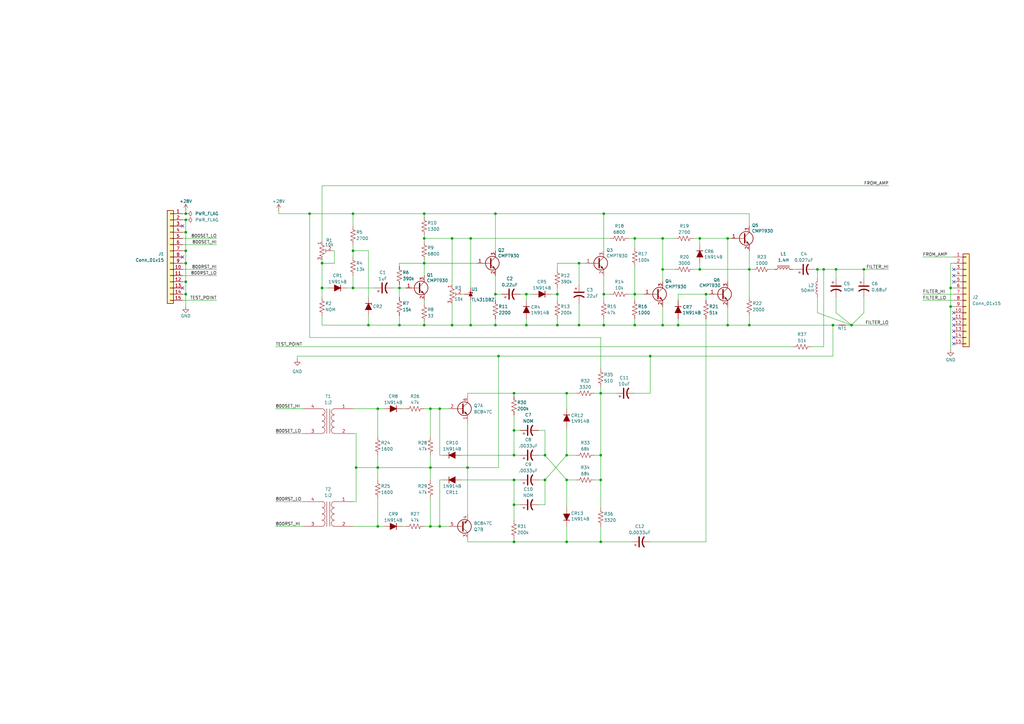
<source format=kicad_sch>
(kicad_sch (version 20250114) (generator "eeschema") (generator_version "9.0")
  (paper "A3")
  (junction (at 173.99 87.63))
  (junction (at 144.78 118.11))
  (junction (at 354.33 110.49))
  (junction (at 203.2 87.63))
  (junction (at 260.35 97.79))
  (junction (at 203.2 120.65))
  (junction (at 223.52 186.69))
  (junction (at 210.82 207.01))
  (junction (at 76.2 107.95))
  (junction (at 228.6 133.35))
  (junction (at 163.83 118.11))
  (junction (at 287.02 110.49))
  (junction (at 389.89 118.11))
  (junction (at 210.82 161.29))
  (junction (at 298.45 97.79))
  (junction (at 176.53 191.77))
  (junction (at 287.02 97.79))
  (junction (at 146.05 191.77))
  (junction (at 76.2 102.87))
  (junction (at 232.41 222.25))
  (junction (at 176.53 215.9))
  (junction (at 232.41 161.29))
  (junction (at 173.99 107.95))
  (junction (at 271.78 97.79))
  (junction (at 278.13 133.35))
  (junction (at 247.65 133.35))
  (junction (at 223.52 196.85))
  (junction (at 185.42 97.79))
  (junction (at 246.38 196.85))
  (junction (at 246.38 186.69))
  (junction (at 176.53 167.64))
  (junction (at 210.82 186.69))
  (junction (at 163.83 133.35))
  (junction (at 298.45 133.35))
  (junction (at 191.77 191.77))
  (junction (at 151.13 133.35))
  (junction (at 215.9 133.35))
  (junction (at 144.78 87.63))
  (junction (at 132.08 107.95))
  (junction (at 228.6 120.65))
  (junction (at 144.78 102.87))
  (junction (at 76.2 87.63))
  (junction (at 260.35 120.65))
  (junction (at 289.56 120.65))
  (junction (at 210.82 176.53))
  (junction (at 349.25 133.35))
  (junction (at 271.78 133.35))
  (junction (at 260.35 133.35))
  (junction (at 342.9 110.49))
  (junction (at 193.04 133.35))
  (junction (at 266.7 146.05))
  (junction (at 389.89 125.73))
  (junction (at 173.99 97.79))
  (junction (at 185.42 133.35))
  (junction (at 341.63 133.35))
  (junction (at 76.2 95.25))
  (junction (at 76.2 115.57))
  (junction (at 335.28 110.49))
  (junction (at 271.78 110.49))
  (junction (at 203.2 133.35))
  (junction (at 215.9 120.65))
  (junction (at 210.82 196.85))
  (junction (at 246.38 222.25))
  (junction (at 337.82 110.49))
  (junction (at 247.65 87.63))
  (junction (at 307.34 133.35))
  (junction (at 154.94 167.64))
  (junction (at 210.82 222.25))
  (junction (at 232.41 196.85))
  (junction (at 154.94 191.77))
  (junction (at 76.2 120.65))
  (junction (at 127 87.63))
  (junction (at 247.65 120.65))
  (junction (at 246.38 161.29))
  (junction (at 180.34 215.9))
  (junction (at 76.2 90.17))
  (junction (at 307.34 110.49))
  (junction (at 232.41 186.69))
  (junction (at 132.08 118.11))
  (junction (at 173.99 133.35))
  (junction (at 154.94 215.9))
  (junction (at 204.47 146.05))
  (junction (at 237.49 133.35))
  (junction (at 193.04 97.79))
  (junction (at 180.34 167.64))
  (junction (at 237.49 107.95))
  (no_connect (at 74.93 118.11))
  (no_connect (at 391.16 110.49))
  (no_connect (at 391.16 115.57))
  (no_connect (at 391.16 130.81))
  (no_connect (at 391.16 138.43))
  (no_connect (at 391.16 135.89))
  (no_connect (at 391.16 140.97))
  (no_connect (at 391.16 113.03))
  (no_connect (at 391.16 128.27))
  (no_connect (at 74.93 92.71))
  (no_connect (at 74.93 105.41))
  (no_connect (at 391.16 133.35))
  (wire (pts (xy 74.93 97.79) (xy 88.9 97.79)))
  (wire (pts (xy 176.53 167.64) (xy 173.99 167.64)))
  (wire (pts (xy 163.83 118.11) (xy 166.37 118.11)))
  (wire (pts (xy 146.05 177.8) (xy 144.78 177.8)))
  (wire (pts (xy 173.99 87.63) (xy 203.2 87.63)))
  (wire (pts (xy 335.28 114.3) (xy 335.28 110.49)))
  (wire (pts (xy 220.98 196.85) (xy 223.52 196.85)))
  (wire (pts (xy 181.61 186.69) (xy 180.34 186.69)))
  (wire (pts (xy 203.2 87.63) (xy 247.65 87.63)))
  (wire (pts (xy 354.33 128.27) (xy 349.25 133.35)))
  (wire (pts (xy 142.24 118.11) (xy 144.78 118.11)))
  (wire (pts (xy 154.94 179.07) (xy 154.94 167.64)))
  (wire (pts (xy 391.16 107.95) (xy 389.89 107.95)))
  (wire (pts (xy 246.38 161.29) (xy 252.73 161.29)))
  (wire (pts (xy 266.7 146.05) (xy 341.63 146.05)))
  (wire (pts (xy 191.77 191.77) (xy 204.47 191.77)))
  (wire (pts (xy 266.7 222.25) (xy 289.56 222.25)))
  (wire (pts (xy 215.9 120.65) (xy 218.44 120.65)))
  (wire (pts (xy 74.93 110.49) (xy 88.9 110.49)))
  (wire (pts (xy 173.99 215.9) (xy 176.53 215.9)))
  (wire (pts (xy 210.82 222.25) (xy 210.82 220.98)))
  (wire (pts (xy 232.41 196.85) (xy 236.22 196.85)))
  (wire (pts (xy 354.33 110.49) (xy 364.49 110.49)))
  (wire (pts (xy 161.29 118.11) (xy 163.83 118.11)))
  (wire (pts (xy 151.13 133.35) (xy 151.13 129.54)))
  (wire (pts (xy 247.65 87.63) (xy 247.65 102.87)))
  (wire (pts (xy 146.05 205.74) (xy 146.05 191.77)))
  (wire (pts (xy 132.08 118.11) (xy 134.62 118.11)))
  (wire (pts (xy 173.99 88.9) (xy 173.99 87.63)))
  (wire (pts (xy 266.7 146.05) (xy 266.7 161.29)))
  (wire (pts (xy 266.7 161.29) (xy 260.35 161.29)))
  (wire (pts (xy 203.2 87.63) (xy 203.2 102.87)))
  (wire (pts (xy 237.49 133.35) (xy 247.65 133.35)))
  (wire (pts (xy 176.53 215.9) (xy 180.34 215.9)))
  (wire (pts (xy 176.53 191.77) (xy 191.77 191.77)))
  (wire (pts (xy 173.99 133.35) (xy 173.99 132.08)))
  (wire (pts (xy 124.46 167.64) (xy 113.03 167.64)))
  (wire (pts (xy 223.52 196.85) (xy 223.52 207.01)))
  (wire (pts (xy 154.94 191.77) (xy 176.53 191.77)))
  (wire (pts (xy 284.48 97.79) (xy 287.02 97.79)))
  (wire (pts (xy 232.41 222.25) (xy 246.38 222.25)))
  (wire (pts (xy 337.82 110.49) (xy 342.9 110.49)))
  (wire (pts (xy 132.08 129.54) (xy 132.08 133.35)))
  (wire (pts (xy 232.41 161.29) (xy 236.22 161.29)))
  (wire (pts (xy 232.41 161.29) (xy 232.41 167.64)))
  (wire (pts (xy 260.35 97.79) (xy 271.78 97.79)))
  (wire (pts (xy 246.38 196.85) (xy 246.38 208.28)))
  (wire (pts (xy 127 138.43) (xy 127 87.63)))
  (wire (pts (xy 210.82 196.85) (xy 210.82 207.01)))
  (wire (pts (xy 176.53 167.64) (xy 180.34 167.64)))
  (wire (pts (xy 137.16 107.95) (xy 132.08 107.95)))
  (wire (pts (xy 260.35 97.79) (xy 257.81 97.79)))
  (wire (pts (xy 271.78 110.49) (xy 271.78 115.57)))
  (wire (pts (xy 132.08 76.2) (xy 364.49 76.2)))
  (wire (pts (xy 173.99 106.68) (xy 173.99 107.95)))
  (wire (pts (xy 191.77 191.77) (xy 191.77 172.72)))
  (wire (pts (xy 247.65 120.65) (xy 250.19 120.65)))
  (wire (pts (xy 204.47 191.77) (xy 204.47 146.05)))
  (wire (pts (xy 173.99 96.52) (xy 173.99 97.79)))
  (wire (pts (xy 210.82 176.53) (xy 210.82 186.69)))
  (wire (pts (xy 124.46 177.8) (xy 113.03 177.8)))
  (wire (pts (xy 298.45 97.79) (xy 299.72 97.79)))
  (wire (pts (xy 176.53 215.9) (xy 176.53 204.47)))
  (wire (pts (xy 246.38 196.85) (xy 243.84 196.85)))
  (wire (pts (xy 193.04 133.35) (xy 203.2 133.35)))
  (wire (pts (xy 180.34 196.85) (xy 181.61 196.85)))
  (wire (pts (xy 132.08 121.92) (xy 132.08 118.11)))
  (wire (pts (xy 113.03 142.24) (xy 325.12 142.24)))
  (wire (pts (xy 137.16 102.87) (xy 137.16 107.95)))
  (wire (pts (xy 246.38 186.69) (xy 246.38 196.85)))
  (wire (pts (xy 203.2 120.65) (xy 205.74 120.65)))
  (wire (pts (xy 180.34 186.69) (xy 180.34 167.64)))
  (wire (pts (xy 121.92 146.05) (xy 204.47 146.05)))
  (wire (pts (xy 271.78 110.49) (xy 276.86 110.49)))
  (wire (pts (xy 247.65 133.35) (xy 260.35 133.35)))
  (wire (pts (xy 151.13 121.92) (xy 151.13 102.87)))
  (wire (pts (xy 210.82 170.18) (xy 210.82 176.53)))
  (wire (pts (xy 307.34 110.49) (xy 308.61 110.49)))
  (wire (pts (xy 228.6 120.65) (xy 228.6 123.19)))
  (wire (pts (xy 176.53 186.69) (xy 176.53 191.77)))
  (wire (pts (xy 223.52 186.69) (xy 232.41 196.85)))
  (wire (pts (xy 271.78 133.35) (xy 260.35 133.35)))
  (wire (pts (xy 76.2 95.25) (xy 76.2 102.87)))
  (wire (pts (xy 146.05 191.77) (xy 146.05 177.8)))
  (wire (pts (xy 232.41 222.25) (xy 232.41 215.9)))
  (wire (pts (xy 74.93 123.19) (xy 88.9 123.19)))
  (wire (pts (xy 189.23 196.85) (xy 210.82 196.85)))
  (wire (pts (xy 325.12 110.49) (xy 326.39 110.49)))
  (wire (pts (xy 223.52 196.85) (xy 232.41 186.69)))
  (wire (pts (xy 76.2 86.36) (xy 76.2 87.63)))
  (wire (pts (xy 307.34 133.35) (xy 341.63 133.35)))
  (wire (pts (xy 144.78 87.63) (xy 144.78 92.71)))
  (wire (pts (xy 203.2 120.65) (xy 203.2 123.19)))
  (wire (pts (xy 191.77 161.29) (xy 210.82 161.29)))
  (wire (pts (xy 146.05 191.77) (xy 154.94 191.77)))
  (wire (pts (xy 203.2 133.35) (xy 215.9 133.35)))
  (wire (pts (xy 76.2 120.65) (xy 76.2 125.73)))
  (wire (pts (xy 243.84 161.29) (xy 246.38 161.29)))
  (wire (pts (xy 151.13 133.35) (xy 163.83 133.35)))
  (wire (pts (xy 135.89 102.87) (xy 137.16 102.87)))
  (wire (pts (xy 185.42 124.46) (xy 185.42 133.35)))
  (wire (pts (xy 76.2 102.87) (xy 76.2 107.95)))
  (wire (pts (xy 76.2 90.17) (xy 76.2 95.25)))
  (wire (pts (xy 278.13 133.35) (xy 278.13 130.81)))
  (wire (pts (xy 163.83 133.35) (xy 163.83 129.54)))
  (wire (pts (xy 144.78 215.9) (xy 154.94 215.9)))
  (wire (pts (xy 316.23 110.49) (xy 317.5 110.49)))
  (wire (pts (xy 341.63 146.05) (xy 341.63 133.35)))
  (wire (pts (xy 247.65 120.65) (xy 247.65 123.19)))
  (wire (pts (xy 210.82 176.53) (xy 213.36 176.53)))
  (wire (pts (xy 278.13 120.65) (xy 289.56 120.65)))
  (wire (pts (xy 289.56 120.65) (xy 289.56 123.19)))
  (wire (pts (xy 163.83 133.35) (xy 173.99 133.35)))
  (wire (pts (xy 342.9 110.49) (xy 354.33 110.49)))
  (wire (pts (xy 191.77 220.98) (xy 191.77 222.25)))
  (wire (pts (xy 378.46 123.19) (xy 391.16 123.19)))
  (wire (pts (xy 289.56 222.25) (xy 289.56 130.81)))
  (wire (pts (xy 165.1 167.64) (xy 166.37 167.64)))
  (wire (pts (xy 342.9 110.49) (xy 342.9 114.3)))
  (wire (pts (xy 132.08 133.35) (xy 151.13 133.35)))
  (wire (pts (xy 154.94 186.69) (xy 154.94 191.77)))
  (wire (pts (xy 232.41 196.85) (xy 232.41 208.28)))
  (wire (pts (xy 215.9 120.65) (xy 213.36 120.65)))
  (wire (pts (xy 163.83 107.95) (xy 173.99 107.95)))
  (wire (pts (xy 124.46 215.9) (xy 113.03 215.9)))
  (wire (pts (xy 237.49 133.35) (xy 228.6 133.35)))
  (wire (pts (xy 260.35 120.65) (xy 264.16 120.65)))
  (wire (pts (xy 389.89 125.73) (xy 389.89 143.51)))
  (wire (pts (xy 144.78 118.11) (xy 153.67 118.11)))
  (wire (pts (xy 307.34 133.35) (xy 307.34 129.54)))
  (wire (pts (xy 114.3 87.63) (xy 127 87.63)))
  (wire (pts (xy 334.01 110.49) (xy 335.28 110.49)))
  (wire (pts (xy 121.92 146.05) (xy 121.92 147.32)))
  (wire (pts (xy 173.99 107.95) (xy 195.58 107.95)))
  (wire (pts (xy 185.42 97.79) (xy 193.04 97.79)))
  (wire (pts (xy 223.52 186.69) (xy 223.52 176.53)))
  (wire (pts (xy 154.94 167.64) (xy 157.48 167.64)))
  (wire (pts (xy 191.77 222.25) (xy 210.82 222.25)))
  (wire (pts (xy 185.42 133.35) (xy 193.04 133.35)))
  (wire (pts (xy 154.94 215.9) (xy 157.48 215.9)))
  (wire (pts (xy 154.94 215.9) (xy 154.94 204.47)))
  (wire (pts (xy 389.89 125.73) (xy 391.16 125.73)))
  (wire (pts (xy 163.83 109.22) (xy 163.83 107.95)))
  (wire (pts (xy 191.77 162.56) (xy 191.77 161.29)))
  (wire (pts (xy 342.9 121.92) (xy 342.9 128.27)))
  (wire (pts (xy 298.45 133.35) (xy 307.34 133.35)))
  (wire (pts (xy 354.33 110.49) (xy 354.33 114.3)))
  (wire (pts (xy 246.38 215.9) (xy 246.38 222.25)))
  (wire (pts (xy 163.83 118.11) (xy 163.83 116.84)))
  (wire (pts (xy 191.77 191.77) (xy 191.77 210.82)))
  (wire (pts (xy 132.08 99.06) (xy 132.08 76.2)))
  (wire (pts (xy 335.28 128.27) (xy 349.25 133.35)))
  (wire (pts (xy 335.28 121.92) (xy 335.28 128.27)))
  (wire (pts (xy 226.06 120.65) (xy 228.6 120.65)))
  (wire (pts (xy 257.81 120.65) (xy 260.35 120.65)))
  (wire (pts (xy 389.89 107.95) (xy 389.89 118.11)))
  (wire (pts (xy 271.78 97.79) (xy 271.78 110.49)))
  (wire (pts (xy 144.78 100.33) (xy 144.78 102.87)))
  (wire (pts (xy 271.78 125.73) (xy 271.78 133.35)))
  (wire (pts (xy 246.38 186.69) (xy 243.84 186.69)))
  (wire (pts (xy 210.82 161.29) (xy 210.82 162.56)))
  (wire (pts (xy 260.35 133.35) (xy 260.35 130.81)))
  (wire (pts (xy 246.38 158.75) (xy 246.38 161.29)))
  (wire (pts (xy 223.52 207.01) (xy 220.98 207.01)))
  (wire (pts (xy 220.98 186.69) (xy 223.52 186.69)))
  (wire (pts (xy 76.2 87.63) (xy 74.93 87.63)))
  (wire (pts (xy 127 87.63) (xy 144.78 87.63)))
  (wire (pts (xy 203.2 113.03) (xy 203.2 120.65)))
  (wire (pts (xy 173.99 97.79) (xy 185.42 97.79)))
  (wire (pts (xy 260.35 109.22) (xy 260.35 120.65)))
  (wire (pts (xy 189.23 120.65) (xy 190.5 120.65)))
  (wire (pts (xy 307.34 87.63) (xy 307.34 92.71)))
  (wire (pts (xy 347.98 133.35) (xy 349.25 133.35)))
  (wire (pts (xy 289.56 120.65) (xy 290.83 120.65)))
  (wire (pts (xy 210.82 207.01) (xy 213.36 207.01)))
  (wire (pts (xy 180.34 167.64) (xy 184.15 167.64)))
  (wire (pts (xy 335.28 110.49) (xy 337.82 110.49)))
  (wire (pts (xy 114.3 86.36) (xy 114.3 87.63)))
  (wire (pts (xy 246.38 138.43) (xy 246.38 151.13)))
  (wire (pts (xy 247.65 87.63) (xy 307.34 87.63)))
  (wire (pts (xy 247.65 133.35) (xy 247.65 130.81)))
  (wire (pts (xy 180.34 215.9) (xy 180.34 196.85)))
  (wire (pts (xy 193.04 97.79) (xy 193.04 118.11)))
  (wire (pts (xy 247.65 113.03) (xy 247.65 120.65)))
  (wire (pts (xy 223.52 176.53) (xy 220.98 176.53)))
  (wire (pts (xy 210.82 222.25) (xy 232.41 222.25)))
  (wire (pts (xy 76.2 107.95) (xy 76.2 115.57)))
  (wire (pts (xy 337.82 142.24) (xy 332.74 142.24)))
  (wire (pts (xy 237.49 124.46) (xy 237.49 133.35)))
  (wire (pts (xy 210.82 161.29) (xy 232.41 161.29)))
  (wire (pts (xy 180.34 215.9) (xy 184.15 215.9)))
  (wire (pts (xy 342.9 128.27) (xy 349.25 133.35)))
  (wire (pts (xy 193.04 97.79) (xy 250.19 97.79)))
  (wire (pts (xy 307.34 110.49) (xy 307.34 121.92)))
  (wire (pts (xy 237.49 107.95) (xy 237.49 116.84)))
  (wire (pts (xy 173.99 107.95) (xy 173.99 113.03)))
  (wire (pts (xy 237.49 107.95) (xy 240.03 107.95)))
  (wire (pts (xy 203.2 133.35) (xy 203.2 130.81)))
  (wire (pts (xy 132.08 107.95) (xy 132.08 118.11)))
  (wire (pts (xy 215.9 133.35) (xy 215.9 130.81)))
  (wire (pts (xy 284.48 110.49) (xy 287.02 110.49)))
  (wire (pts (xy 337.82 110.49) (xy 337.82 142.24)))
  (wire (pts (xy 246.38 222.25) (xy 259.08 222.25)))
  (wire (pts (xy 298.45 97.79) (xy 298.45 115.57)))
  (wire (pts (xy 232.41 186.69) (xy 236.22 186.69)))
  (wire (pts (xy 173.99 133.35) (xy 185.42 133.35)))
  (wire (pts (xy 176.53 179.07) (xy 176.53 167.64)))
  (wire (pts (xy 210.82 196.85) (xy 213.36 196.85)))
  (wire (pts (xy 173.99 97.79) (xy 173.99 99.06)))
  (wire (pts (xy 287.02 97.79) (xy 287.02 100.33)))
  (wire (pts (xy 124.46 205.74) (xy 113.03 205.74)))
  (wire (pts (xy 76.2 115.57) (xy 76.2 120.65)))
  (wire (pts (xy 287.02 110.49) (xy 287.02 107.95)))
  (wire (pts (xy 173.99 123.19) (xy 173.99 124.46)))
  (wire (pts (xy 74.93 100.33) (xy 88.9 100.33)))
  (wire (pts (xy 228.6 110.49) (xy 228.6 107.95)))
  (wire (pts (xy 144.78 205.74) (xy 146.05 205.74)))
  (wire (pts (xy 354.33 121.92) (xy 354.33 128.27)))
  (wire (pts (xy 154.94 191.77) (xy 154.94 196.85)))
  (wire (pts (xy 232.41 175.26) (xy 232.41 186.69)))
  (wire (pts (xy 193.04 123.19) (xy 193.04 133.35)))
  (wire (pts (xy 228.6 120.65) (xy 228.6 118.11)))
  (wire (pts (xy 215.9 133.35) (xy 228.6 133.35)))
  (wire (pts (xy 260.35 101.6) (xy 260.35 97.79)))
  (wire (pts (xy 185.42 97.79) (xy 185.42 116.84)))
  (wire (pts (xy 378.46 105.41) (xy 391.16 105.41)))
  (wire (pts (xy 132.08 106.68) (xy 132.08 107.95)))
  (wire (pts (xy 144.78 102.87) (xy 144.78 105.41)))
  (wire (pts (xy 210.82 207.01) (xy 210.82 213.36)))
  (wire (pts (xy 260.35 120.65) (xy 260.35 123.19)))
  (wire (pts (xy 210.82 186.69) (xy 213.36 186.69)))
  (wire (pts (xy 298.45 125.73) (xy 298.45 133.35)))
  (wire (pts (xy 228.6 107.95) (xy 237.49 107.95)))
  (wire (pts (xy 271.78 133.35) (xy 278.13 133.35)))
  (wire (pts (xy 74.93 95.25) (xy 76.2 95.25)))
  (wire (pts (xy 246.38 161.29) (xy 246.38 186.69)))
  (wire (pts (xy 189.23 186.69) (xy 210.82 186.69)))
  (wire (pts (xy 165.1 215.9) (xy 166.37 215.9)))
  (wire (pts (xy 144.78 118.11) (xy 144.78 113.03)))
  (wire (pts (xy 151.13 102.87) (xy 144.78 102.87)))
  (wire (pts (xy 228.6 133.35) (xy 228.6 130.81)))
  (wire (pts (xy 389.89 118.11) (xy 391.16 118.11)))
  (wire (pts (xy 74.93 113.03) (xy 88.9 113.03)))
  (wire (pts (xy 154.94 167.64) (xy 144.78 167.64)))
  (wire (pts (xy 74.93 102.87) (xy 76.2 102.87)))
  (wire (pts (xy 307.34 110.49) (xy 307.34 102.87)))
  (wire (pts (xy 74.93 120.65) (xy 76.2 120.65)))
  (wire (pts (xy 278.13 123.19) (xy 278.13 120.65)))
  (wire (pts (xy 378.46 120.65) (xy 391.16 120.65)))
  (wire (pts (xy 127 138.43) (xy 246.38 138.43)))
  (wire (pts (xy 389.89 118.11) (xy 389.89 125.73)))
  (wire (pts (xy 204.47 146.05) (xy 266.7 146.05)))
  (wire (pts (xy 287.02 97.79) (xy 298.45 97.79)))
  (wire (pts (xy 74.93 107.95) (xy 76.2 107.95)))
  (wire (pts (xy 215.9 123.19) (xy 215.9 120.65)))
  (wire (pts (xy 176.53 191.77) (xy 176.53 196.85)))
  (wire (pts (xy 349.25 133.35) (xy 364.49 133.35)))
  (wire (pts (xy 173.99 87.63) (xy 144.78 87.63)))
  (wire (pts (xy 74.93 115.57) (xy 76.2 115.57)))
  (wire (pts (xy 271.78 97.79) (xy 276.86 97.79)))
  (wire (pts (xy 74.93 90.17) (xy 76.2 90.17)))
  (wire (pts (xy 341.63 133.35) (xy 342.9 133.35)))
  (wire (pts (xy 163.83 118.11) (xy 163.83 121.92)))
  (wire (pts (xy 278.13 133.35) (xy 298.45 133.35)))
  (wire (pts (xy 287.02 110.49) (xy 307.34 110.49)))
  (label "800RST_LO" (at 88.9 113.03 180))
  (label "800SET_LO" (at 88.9 97.79 180))
  (label "800RST_HI" (at 113.03 215.9 0))
  (label "FILTER_HI" (at 364.49 110.49 180))
  (label "FROM_AMP" (at 364.49 76.2 180))
  (label "TEST_POINT" (at 113.03 142.24 0))
  (label "FROM_AMP" (at 378.46 105.41 0))
  (label "800RST_LO" (at 113.03 205.74 0))
  (label "FILTER_HI" (at 378.46 120.65 0))
  (label "800SET_HI" (at 88.9 100.33 180))
  (label "FILTER_LO" (at 364.49 133.35 180))
  (label "800RST_HI" (at 88.9 110.49 180))
  (label "TEST_POINT" (at 88.9 123.19 180))
  (label "800SET_LO" (at 113.03 177.8 0))
  (label "FILTER_LO" (at 378.46 123.19 0))
  (label "800SET_HI" (at 113.03 167.64 0))
  (symbol (lib_id "Device:R_US") (at 254 120.65 270) (unit 1)
    (property "Reference" "R14" (at 254 115.57 90))
    (property "Value" "10k" (at 254 118.11 90))
    (property "Footprint" "Resistor_SMD:R_0603_1608Metric" (effects (hide yes)))
    (property "Description" "Resistor, US symbol" (effects (hide yes)))
    (property "Rating" "1/4W" (effects (hide yes)))
    (property "Tolerance" "2%" (effects (hide yes)))
  )
  (symbol (lib_id "Device:C_Polarized_US") (at 342.9 118.11 0) (unit 1)
    (property "Reference" "C5" (at 345.948 116.332 0) (effects (justify left)))
    (property "Value" "NOM" (at 345.948 118.872 0) (effects (justify left)))
    (property "Footprint" "Capacitor_THT:C_Rect_L7.2mm_W2.5mm_P5.00mm_FKS2_FKP2_MKS2_MKP2" (effects (hide yes)))
    (property "Description" "Polarized capacitor, US symbol" (effects (hide yes)))
    (property "Rating" "200V" (effects (hide yes)))
    (property "Tolerance" "5%" (effects (hide yes)))
  )
  (symbol (lib_id "Device:R_US") (at 260.35 105.41 0) (unit 1)
    (property "Reference" "R17" (at 261.62 104.14 0) (effects (justify left)))
    (property "Value" "100k" (at 261.62 106.68 0) (effects (justify left)))
    (property "Footprint" "Resistor_SMD:R_0603_1608Metric" (effects (hide yes)))
    (property "Description" "Resistor, US symbol" (effects (hide yes)))
    (property "Rating" "1/4W" (effects (hide yes)))
    (property "Tolerance" "2%" (effects (hide yes)))
  )
  (symbol (lib_id "Device:D_Filled") (at 232.41 171.45 270) (unit 1)
    (property "Reference" "CR12" (at 236.728 170.434 90))
    (property "Value" "1N914B" (at 237.998 172.72 90))
    (property "Footprint" "Diode_SMD:D_SOD-323" (effects (hide yes)))
    (property "Description" "Diode, filled shape" (effects (hide yes)))
    (property "Sim.Device" "D" (effects (hide yes)))
    (property "Sim.Pins" "1=K 2=A" (effects (hide yes)))
  )
  (symbol (lib_id "Device:R_US") (at 328.93 142.24 270) (unit 1)
    (property "Reference" "R37" (at 328.93 137.16 90))
    (property "Value" "51k" (at 328.93 139.7 90))
    (property "Footprint" "Resistor_SMD:R_0603_1608Metric" (effects (hide yes)))
    (property "Description" "Resistor, US symbol" (effects (hide yes)))
    (property "Rating" "1/4W" (effects (hide yes)))
    (property "Tolerance" "2%" (effects (hide yes)))
  )
  (symbol (lib_id "Device:D_Filled") (at 222.25 120.65 180) (unit 1)
    (property "Reference" "CR5" (at 222.25 115.57 0))
    (property "Value" "1N914B" (at 222.25 118.11 0))
    (property "Footprint" "Diode_SMD:D_SOD-323" (effects (hide yes)))
    (property "Description" "Diode, filled shape" (effects (hide yes)))
    (property "Sim.Device" "D" (effects (hide yes)))
    (property "Sim.Pins" "1=K 2=A" (effects (hide yes)))
  )
  (symbol (lib_id "Device:C_Polarized_US") (at 354.33 118.11 0) (unit 1)
    (property "Reference" "C6" (at 357.378 116.332 0) (effects (justify left)))
    (property "Value" "0.68uF" (at 357.378 118.872 0) (effects (justify left)))
    (property "Footprint" "Capacitor_THT:C_Rect_L7.2mm_W4.5mm_P5.00mm_FKS2_FKP2_MKS2_MKP2" (effects (hide yes)))
    (property "Description" "Polarized capacitor, US symbol" (effects (hide yes)))
    (property "Rating" "200V" (effects (hide yes)))
    (property "Tolerance" "5%" (effects (hide yes)))
  )
  (symbol (lib_id "cdu:SPT-179") (at 321.31 110.49 90) (unit 1)
    (property "Reference" "L1" (at 321.31 104.14 90))
    (property "Value" "1.4H" (at 321.31 106.68 90))
    (property "Footprint" "cdu:SPT-179" (effects (hide yes)))
    (property "Description" "Inductor with iron core" (effects (hide yes)))
  )
  (symbol (lib_id "Device:D_Filled") (at 278.13 127 270) (unit 1)
    (property "Reference" "CR7" (at 281.94 125.984 90))
    (property "Value" "1N914B" (at 283.718 128.27 90))
    (property "Footprint" "Diode_SMD:D_SOD-323" (effects (hide yes)))
    (property "Description" "Diode, filled shape" (effects (hide yes)))
    (property "Sim.Device" "D" (effects (hide yes)))
    (property "Sim.Pins" "1=K 2=A" (effects (hide yes)))
  )
  (symbol (lib_id "Device:R_US") (at 280.67 97.79 270) (unit 1)
    (property "Reference" "R19" (at 280.67 92.71 90))
    (property "Value" "2700" (at 280.67 95.25 90))
    (property "Footprint" "Resistor_SMD:R_0603_1608Metric" (effects (hide yes)))
    (property "Description" "Resistor, US symbol" (effects (hide yes)))
    (property "Rating" "1/4W" (effects (hide yes)))
    (property "Tolerance" "2%" (effects (hide yes)))
  )
  (symbol (lib_id "Device:C_Polarized_US") (at 157.48 118.11 90) (unit 1)
    (property "Reference" "C1" (at 156.972 111.76 90))
    (property "Value" "1uF" (at 156.972 114.3 90))
    (property "Footprint" "Capacitor_Tantalum_SMD:CP_EIA-3216-18_Kemet-A" (effects (hide yes)))
    (property "Description" "Polarized capacitor, US symbol" (effects (hide yes)))
    (property "Rating" "35V" (effects (hide yes)))
    (property "Tolerance" "10%" (effects (hide yes)))
  )
  (symbol (lib_id "Device:R_US") (at 228.6 127 0) (unit 1)
    (property "Reference" "R13" (at 229.87 125.73 0) (effects (justify left)))
    (property "Value" "200k" (at 229.87 128.27 0) (effects (justify left)))
    (property "Footprint" "Resistor_SMD:R_0603_1608Metric" (effects (hide yes)))
    (property "Description" "Resistor, US symbol" (effects (hide yes)))
    (property "Rating" "1/8W" (effects (hide yes)))
    (property "Tolerance" "5%" (effects (hide yes)))
  )
  (symbol (lib_id "power:GND") (at 76.2 125.73 0) (unit 1)
    (property "Reference" "#PWR03" (effects (hide yes)))
    (property "Value" "GND" (at 76.2 129.54 0))
    (property "Description" "Power symbol creates a global label with name \"GND\" , ground" (effects (hide yes)))
  )
  (symbol (lib_id "Device:L") (at 335.28 118.11 180) (unit 1)
    (property "Reference" "L2" (at 331.47 117.094 0) (effects (justify right)))
    (property "Value" "50mH" (at 328.422 119.126 0) (effects (justify right)))
    (property "Footprint" "Inductor_THT:L_Radial_D8.7mm_P5.00mm_Fastron_07HCP" (effects (hide yes)))
    (property "Description" "Inductor" (effects (hide yes)))
  )
  (symbol (lib_id "power:+28V") (at 114.3 86.36 0) (unit 1)
    (property "Reference" "#PWR04" (effects (hide yes)))
    (property "Value" "+28V" (at 114.3 82.55 0))
    (property "Description" "Power symbol creates a global label with name \"+28V\"" (effects (hide yes)))
  )
  (symbol (lib_id "Transistor_BJT:Q_Dual_NPN_NPN_E1B1C2E2B2C1") (at 189.23 167.64 0) (unit 1)
    (property "Reference" "Q7" (at 194.31 166.3699 0) (effects (justify left)))
    (property "Value" "BC847C" (at 194.31 168.9099 0) (effects (justify left)))
    (property "Footprint" "Package_TO_SOT_SMD:SOT-363_SC-70-6" (effects (hide yes)))
    (property "Description" "Dual NPN transistor, 6 pin package" (effects (hide yes)))
  )
  (symbol (lib_id "Device:D_Filled") (at 161.29 215.9 180) (unit 1)
    (property "Reference" "CR9" (at 161.29 210.82 0))
    (property "Value" "1N914B" (at 161.29 213.36 0))
    (property "Footprint" "Diode_SMD:D_SOD-323" (effects (hide yes)))
    (property "Description" "Diode, filled shape" (effects (hide yes)))
    (property "Sim.Device" "D" (effects (hide yes)))
    (property "Sim.Pins" "1=K 2=A" (effects (hide yes)))
  )
  (symbol (lib_id "power:PWR_FLAG") (at 76.2 90.17 270) (unit 1)
    (property "Reference" "#FLG01" (effects (hide yes)))
    (property "Value" "PWR_FLAG" (at 80.01 90.1699 90) (effects (justify left)))
    (property "Description" "Special symbol for telling ERC where power comes from" (effects (hide yes)))
  )
  (symbol (lib_id "Device:R_US") (at 246.38 154.94 0) (unit 1)
    (property "Reference" "R35" (at 247.65 153.67 0) (effects (justify left)))
    (property "Value" "510" (at 247.65 156.21 0) (effects (justify left)))
    (property "Footprint" "Resistor_SMD:R_0603_1608Metric" (effects (hide yes)))
    (property "Description" "Resistor, US symbol" (effects (hide yes)))
    (property "Rating" "1/2W" (effects (hide yes)))
    (property "Tolerance" "2%" (effects (hide yes)))
  )
  (symbol (lib_id "Device:R_US") (at 247.65 127 0) (unit 1)
    (property "Reference" "R15" (at 248.92 125.73 0) (effects (justify left)))
    (property "Value" "47k" (at 248.92 128.27 0) (effects (justify left)))
    (property "Footprint" "Resistor_SMD:R_0603_1608Metric" (effects (hide yes)))
    (property "Description" "Resistor, US symbol" (effects (hide yes)))
    (property "Rating" "1/4W" (effects (hide yes)))
    (property "Tolerance" "2%" (effects (hide yes)))
  )
  (symbol (lib_id "Device:R_Potentiometer_Trim_US") (at 185.42 120.65 0) (unit 1)
    (property "Reference" "R3" (at 189.23 118.11 0) (effects (justify right)))
    (property "Value" "10k" (at 189.992 122.682 0) (effects (justify right)))
    (property "Footprint" "Potentiometer_THT:Potentiometer_Bourns_3296Y_Vertical" (effects (hide yes)))
    (property "Description" "Trim-potentiometer, US symbol" (effects (hide yes)))
  )
  (symbol (lib_id "Device:R_US") (at 228.6 114.3 0) (unit 1)
    (property "Reference" "R12" (at 229.87 113.03 0) (effects (justify left)))
    (property "Value" "390k" (at 229.87 115.57 0) (effects (justify left)))
    (property "Footprint" "Resistor_SMD:R_0603_1608Metric" (effects (hide yes)))
    (property "Description" "Resistor, US symbol" (effects (hide yes)))
    (property "Rating" "1/8W" (effects (hide yes)))
    (property "Tolerance" "5%" (effects (hide yes)))
  )
  (symbol (lib_id "Device:R_US") (at 170.18 167.64 270) (unit 1)
    (property "Reference" "R26" (at 170.18 162.56 90))
    (property "Value" "47k" (at 170.18 165.1 90))
    (property "Footprint" "Resistor_SMD:R_0603_1608Metric" (effects (hide yes)))
    (property "Description" "Resistor, US symbol" (effects (hide yes)))
    (property "Rating" "1/4W" (effects (hide yes)))
    (property "Tolerance" "2%" (effects (hide yes)))
  )
  (symbol (lib_id "Device:D_Filled") (at 185.42 186.69 0) (mirror x) (unit 1)
    (property "Reference" "CR10" (at 185.42 181.61 0))
    (property "Value" "1N914B" (at 185.42 184.15 0))
    (property "Footprint" "Diode_SMD:D_SOD-323" (effects (hide yes)))
    (property "Description" "Diode, filled shape" (effects (hide yes)))
    (property "Sim.Device" "D" (effects (hide yes)))
    (property "Sim.Pins" "1=K 2=A" (effects (hide yes)))
  )
  (symbol (lib_id "Device:R_US") (at 176.53 182.88 0) (mirror y) (unit 1)
    (property "Reference" "R28" (at 175.26 181.61 0) (effects (justify left)))
    (property "Value" "47k" (at 175.26 184.15 0) (effects (justify left)))
    (property "Footprint" "Resistor_SMD:R_0603_1608Metric" (effects (hide yes)))
    (property "Description" "Resistor, US symbol" (effects (hide yes)))
    (property "Rating" "1/4W" (effects (hide yes)))
    (property "Tolerance" "2%" (effects (hide yes)))
  )
  (symbol (lib_id "power:PWR_FLAG") (at 76.2 87.63 270) (unit 1)
    (property "Reference" "#FLG02" (effects (hide yes)))
    (property "Value" "PWR_FLAG" (at 80.01 87.6299 90) (effects (justify left)))
    (property "Description" "Special symbol for telling ERC where power comes from" (effects (hide yes)))
  )
  (symbol (lib_id "Device:R_US") (at 210.82 166.37 0) (unit 1)
    (property "Reference" "R30" (at 212.09 165.1 0) (effects (justify left)))
    (property "Value" "200k" (at 212.09 167.64 0) (effects (justify left)))
    (property "Footprint" "Resistor_SMD:R_0603_1608Metric" (effects (hide yes)))
    (property "Description" "Resistor, US symbol" (effects (hide yes)))
    (property "Rating" "1/8W" (effects (hide yes)))
    (property "Tolerance" "1%" (effects (hide yes)))
  )
  (symbol (lib_id "Device:R_US") (at 173.99 92.71 0) (unit 1)
    (property "Reference" "R10" (at 175.26 91.44 0) (effects (justify left)))
    (property "Value" "1300" (at 175.26 93.98 0) (effects (justify left)))
    (property "Footprint" "Resistor_SMD:R_0603_1608Metric" (effects (hide yes)))
    (property "Description" "Resistor, US symbol" (effects (hide yes)))
    (property "Rating" "1/2W" (effects (hide yes)))
    (property "Tolerance" "2%" (effects (hide yes)))
  )
  (symbol (lib_id "Device:R_US") (at 260.35 127 0) (unit 1)
    (property "Reference" "R16" (at 261.62 125.73 0) (effects (justify left)))
    (property "Value" "1000" (at 261.62 128.27 0) (effects (justify left)))
    (property "Footprint" "Resistor_SMD:R_0603_1608Metric" (effects (hide yes)))
    (property "Description" "Resistor, US symbol" (effects (hide yes)))
    (property "Rating" "1/4W" (effects (hide yes)))
    (property "Tolerance" "2%" (effects (hide yes)))
  )
  (symbol (lib_id "Transistor_BJT:Q_NPN_BEC") (at 269.24 120.65 0) (unit 1)
    (property "Reference" "Q4" (at 272.796 115.316 0) (effects (justify left)))
    (property "Value" "CMPT930" (at 272.796 117.602 0) (effects (justify left)))
    (property "Footprint" "Package_TO_SOT_SMD:SOT-23" (effects (hide yes)))
    (property "Description" "NPN transistor, base/emitter/collector" (effects (hide yes)))
  )
  (symbol (lib_id "power:GND") (at 389.89 143.51 0) (unit 1)
    (property "Reference" "#PWR05" (effects (hide yes)))
    (property "Value" "GND" (at 389.89 147.574 0))
    (property "Description" "Power symbol creates a global label with name \"GND\" , ground" (effects (hide yes)))
  )
  (symbol (lib_id "Device:R_US") (at 240.03 186.69 270) (unit 1)
    (property "Reference" "R33" (at 240.03 181.61 90))
    (property "Value" "68k" (at 240.03 184.15 90))
    (property "Footprint" "Resistor_SMD:R_0603_1608Metric" (effects (hide yes)))
    (property "Description" "Resistor, US symbol" (effects (hide yes)))
    (property "Rating" "1/4W" (effects (hide yes)))
    (property "Tolerance" "2%" (effects (hide yes)))
  )
  (symbol (lib_id "Device:C_Polarized_US") (at 209.55 120.65 90) (unit 1)
    (property "Reference" "C2" (at 209.042 114.3 90))
    (property "Value" "0.22uF" (at 209.042 116.84 90))
    (property "Footprint" "Capacitor_Tantalum_SMD:CP_EIA-3216-18_Kemet-A" (effects (hide yes)))
    (property "Description" "Polarized capacitor, US symbol" (effects (hide yes)))
    (property "Rating" "35V" (effects (hide yes)))
    (property "Tolerance" "10%" (effects (hide yes)))
  )
  (symbol (lib_id "Device:R_US") (at 289.56 127 0) (unit 1)
    (property "Reference" "R21" (at 290.83 125.73 0) (effects (justify left)))
    (property "Value" "51k" (at 290.83 128.27 0) (effects (justify left)))
    (property "Footprint" "Resistor_SMD:R_0603_1608Metric" (effects (hide yes)))
    (property "Description" "Resistor, US symbol" (effects (hide yes)))
    (property "Rating" "1/4W" (effects (hide yes)))
    (property "Tolerance" "2%" (effects (hide yes)))
  )
  (symbol (lib_id "Device:C_Polarized_US") (at 217.17 176.53 90) (unit 1)
    (property "Reference" "C7" (at 216.662 170.18 90))
    (property "Value" "NOM" (at 216.662 172.72 90))
    (property "Footprint" "Capacitor_THT:C_Rect_L7.2mm_W2.5mm_P5.00mm_FKS2_FKP2_MKS2_MKP2" (effects (hide yes)))
    (property "Description" "Polarized capacitor, US symbol" (effects (hide yes)))
    (property "Rating" "200V" (effects (hide yes)))
    (property "Tolerance" "5%" (effects (hide yes)))
  )
  (symbol (lib_id "power:+28V") (at 76.2 86.36 0) (unit 1)
    (property "Reference" "#PWR02" (effects (hide yes)))
    (property "Value" "+28V" (at 76.2 82.55 0))
    (property "Description" "Power symbol creates a global label with name \"+28V\"" (effects (hide yes)))
  )
  (symbol (lib_id "Device:D_Filled") (at 215.9 127 270) (unit 1)
    (property "Reference" "CR4" (at 219.71 125.984 90))
    (property "Value" "1N914B" (at 221.488 128.27 90))
    (property "Footprint" "Diode_SMD:D_SOD-323" (effects (hide yes)))
    (property "Description" "Diode, filled shape" (effects (hide yes)))
    (property "Sim.Device" "D" (effects (hide yes)))
    (property "Sim.Pins" "1=K 2=A" (effects (hide yes)))
  )
  (symbol (lib_id "Device:R_US") (at 154.94 182.88 0) (unit 1)
    (property "Reference" "R24" (at 156.21 181.61 0) (effects (justify left)))
    (property "Value" "1600" (at 156.21 184.15 0) (effects (justify left)))
    (property "Footprint" "Resistor_SMD:R_0603_1608Metric" (effects (hide yes)))
    (property "Description" "Resistor, US symbol" (effects (hide yes)))
    (property "Rating" "1/4W" (effects (hide yes)))
    (property "Tolerance" "2%" (effects (hide yes)))
  )
  (symbol (lib_id "Device:D_Filled") (at 287.02 104.14 270) (unit 1)
    (property "Reference" "CR6" (at 290.83 103.124 90))
    (property "Value" "1N914B" (at 292.608 105.41 90))
    (property "Footprint" "Diode_SMD:D_SOD-323" (effects (hide yes)))
    (property "Description" "Diode, filled shape" (effects (hide yes)))
    (property "Sim.Device" "D" (effects (hide yes)))
    (property "Sim.Pins" "1=K 2=A" (effects (hide yes)))
  )
  (symbol (lib_id "Device:C_Polarized_US") (at 217.17 207.01 90) (unit 1)
    (property "Reference" "C10" (at 216.662 200.66 90))
    (property "Value" "NOM" (at 216.662 203.2 90))
    (property "Footprint" "Capacitor_THT:C_Rect_L7.2mm_W2.5mm_P5.00mm_FKS2_FKP2_MKS2_MKP2" (effects (hide yes)))
    (property "Description" "Polarized capacitor, US symbol" (effects (hide yes)))
    (property "Rating" "200V" (effects (hide yes)))
    (property "Tolerance" "5%" (effects (hide yes)))
  )
  (symbol (lib_id "Device:R_Potentiometer_Trim_US") (at 132.08 102.87 0) (unit 1)
    (property "Reference" "R1" (at 136.398 98.552 0) (effects (justify right)))
    (property "Value" "10k" (at 136.906 100.33 0) (effects (justify right)))
    (property "Footprint" "Potentiometer_THT:Potentiometer_Bourns_3296Y_Vertical" (effects (hide yes)))
    (property "Description" "Trim-potentiometer, US symbol" (effects (hide yes)))
  )
  (symbol (lib_id "Device:R_US") (at 254 97.79 270) (unit 1)
    (property "Reference" "R18" (at 254 92.71 90))
    (property "Value" "6800" (at 254 95.25 90))
    (property "Footprint" "Resistor_SMD:R_0603_1608Metric" (effects (hide yes)))
    (property "Description" "Resistor, US symbol" (effects (hide yes)))
    (property "Rating" "1/4W" (effects (hide yes)))
    (property "Tolerance" "2%" (effects (hide yes)))
  )
  (symbol (lib_id "Device:D_Filled") (at 138.43 118.11 180) (unit 1)
    (property "Reference" "CR1" (at 138.43 113.03 0))
    (property "Value" "1N914B" (at 138.43 115.57 0))
    (property "Footprint" "Diode_SMD:D_SOD-323" (effects (hide yes)))
    (property "Description" "Diode, filled shape" (effects (hide yes)))
    (property "Sim.Device" "D" (effects (hide yes)))
    (property "Sim.Pins" "1=K 2=A" (effects (hide yes)))
  )
  (symbol (lib_id "Device:R_US") (at 173.99 102.87 0) (unit 1)
    (property "Reference" "R9" (at 175.26 101.6 0) (effects (justify left)))
    (property "Value" "6800" (at 175.26 104.14 0) (effects (justify left)))
    (property "Footprint" "Resistor_SMD:R_0603_1608Metric" (effects (hide yes)))
    (property "Description" "Resistor, US symbol" (effects (hide yes)))
    (property "Rating" "1/4W" (effects (hide yes)))
    (property "Tolerance" "2%" (effects (hide yes)))
  )
  (symbol (lib_id "Reference_Voltage:TL431DBZ") (at 193.04 120.65 90) (unit 1)
    (property "Reference" "U1" (at 196.088 118.618 90) (effects (justify left)))
    (property "Value" "TL431DBZ" (at 193.294 122.936 90) (effects (justify right)))
    (property "Footprint" "Package_TO_SOT_SMD:SOT-23" (effects (hide yes)))
    (property "Datasheet" "http://www.ti.com/lit/ds/symlink/tl431.pdf" (effects (hide yes)))
    (property "Description" "Shunt Regulator, SOT-23" (effects (hide yes)))
  )
  (symbol (lib_id "Device:R_US") (at 240.03 161.29 270) (unit 1)
    (property "Reference" "R32" (at 240.03 156.21 90))
    (property "Value" "3320" (at 240.03 158.75 90))
    (property "Footprint" "Resistor_SMD:R_0603_1608Metric" (effects (hide yes)))
    (property "Description" "Resistor, US symbol" (effects (hide yes)))
    (property "Rating" "1W" (effects (hide yes)))
    (property "Tolerance" "1%" (effects (hide yes)))
  )
  (symbol (lib_id "Device:R_US") (at 312.42 110.49 270) (unit 1)
    (property "Reference" "R23" (at 312.42 105.41 90))
    (property "Value" "1000" (at 312.42 107.95 90))
    (property "Footprint" "Resistor_SMD:R_0603_1608Metric" (effects (hide yes)))
    (property "Description" "Resistor, US symbol" (effects (hide yes)))
    (property "Rating" "1/4W" (effects (hide yes)))
    (property "Tolerance" "2%" (effects (hide yes)))
  )
  (symbol (lib_id "Transistor_BJT:Q_NPN_BEC") (at 245.11 107.95 0) (unit 1)
    (property "Reference" "Q3" (at 248.666 102.616 0) (effects (justify left)))
    (property "Value" "CMPT930" (at 248.666 104.902 0) (effects (justify left)))
    (property "Footprint" "Package_TO_SOT_SMD:SOT-23" (effects (hide yes)))
    (property "Description" "NPN transistor, base/emitter/collector" (effects (hide yes)))
  )
  (symbol (lib_id "Device:D_Zener_Filled") (at 151.13 125.73 270) (unit 1)
    (property "Reference" "CR2" (at 152.908 125.73 90) (effects (justify left)))
    (property "Value" "17V" (effects (hide yes)))
    (property "Footprint" "Diode_SMD:D_SOD-123" (effects (hide yes)))
    (property "Description" "Zener diode, filled shape" (effects (hide yes)))
  )
  (symbol (lib_id "Device:R_US") (at 163.83 113.03 0) (unit 1)
    (property "Reference" "R6" (at 165.1 111.76 0) (effects (justify left)))
    (property "Value" "390k" (at 165.1 114.3 0) (effects (justify left)))
    (property "Footprint" "Resistor_SMD:R_0603_1608Metric" (effects (hide yes)))
    (property "Description" "Resistor, US symbol" (effects (hide yes)))
    (property "Rating" "1/8W" (effects (hide yes)))
    (property "Tolerance" "5%" (effects (hide yes)))
  )
  (symbol (lib_id "Transistor_BJT:Q_NPN_BEC") (at 304.8 97.79 0) (unit 1)
    (property "Reference" "Q5" (at 308.356 92.456 0) (effects (justify left)))
    (property "Value" "CMPT930" (at 308.356 94.742 0) (effects (justify left)))
    (property "Footprint" "Package_TO_SOT_SMD:SOT-23" (effects (hide yes)))
    (property "Description" "NPN transistor, base/emitter/collector" (effects (hide yes)))
  )
  (symbol (lib_id "Device:R_US") (at 176.53 200.66 0) (mirror y) (unit 1)
    (property "Reference" "R29" (at 175.26 199.39 0) (effects (justify left)))
    (property "Value" "47k" (at 175.26 201.93 0) (effects (justify left)))
    (property "Footprint" "Resistor_SMD:R_0603_1608Metric" (effects (hide yes)))
    (property "Description" "Resistor, US symbol" (effects (hide yes)))
    (property "Rating" "1/4W" (effects (hide yes)))
    (property "Tolerance" "2%" (effects (hide yes)))
  )
  (symbol (lib_id "Connector_Generic:Conn_01x15") (at 396.24 123.19 0) (unit 1)
    (property "Reference" "J2" (at 398.78 121.9199 0) (effects (justify left)))
    (property "Value" "Conn_01x15" (at 398.78 124.4599 0) (effects (justify left)))
    (property "Footprint" "Connector_PinHeader_2.54mm:PinHeader_1x15_P2.54mm_Vertical" (effects (hide yes)))
    (property "Description" "Generic connector, single row, 01x15, script generated (kicad-library-utils/schlib/autogen/connector/)" (effects (hide yes)))
  )
  (symbol (lib_id "Device:R_US") (at 173.99 128.27 0) (unit 1)
    (property "Reference" "R8" (at 175.26 127 0) (effects (justify left)))
    (property "Value" "33" (at 175.26 129.54 0) (effects (justify left)))
    (property "Footprint" "Resistor_SMD:R_0603_1608Metric" (effects (hide yes)))
    (property "Description" "Resistor, US symbol" (effects (hide yes)))
    (property "Rating" "1/8W" (effects (hide yes)))
    (property "Tolerance" "5%" (effects (hide yes)))
  )
  (symbol (lib_id "Transistor_BJT:Q_NPN_BEC") (at 200.66 107.95 0) (unit 1)
    (property "Reference" "Q2" (at 204.216 102.616 0) (effects (justify left)))
    (property "Value" "CMPT930" (at 204.216 104.902 0) (effects (justify left)))
    (property "Footprint" "Package_TO_SOT_SMD:SOT-23" (effects (hide yes)))
    (property "Description" "NPN transistor, base/emitter/collector" (effects (hide yes)))
  )
  (symbol (lib_id "Device:R_US") (at 307.34 125.73 0) (unit 1)
    (property "Reference" "R22" (at 308.61 124.46 0) (effects (justify left)))
    (property "Value" "2000" (at 308.61 127 0) (effects (justify left)))
    (property "Footprint" "Resistor_SMD:R_0603_1608Metric" (effects (hide yes)))
    (property "Description" "Resistor, US symbol" (effects (hide yes)))
    (property "Rating" "1/4W" (effects (hide yes)))
    (property "Tolerance" "2%" (effects (hide yes)))
  )
  (symbol (lib_id "Device:R_US") (at 144.78 96.52 0) (unit 1)
    (property "Reference" "R5" (at 146.05 95.25 0) (effects (justify left)))
    (property "Value" "2700" (at 146.05 97.79 0) (effects (justify left)))
    (property "Footprint" "Resistor_SMD:R_0603_1608Metric" (effects (hide yes)))
    (property "Description" "Resistor, US symbol" (effects (hide yes)))
    (property "Rating" "1/4W" (effects (hide yes)))
    (property "Tolerance" "2%" (effects (hide yes)))
  )
  (symbol (lib_id "Device:R_US") (at 246.38 212.09 0) (unit 1)
    (property "Reference" "R36" (at 247.65 210.82 0) (effects (justify left)))
    (property "Value" "3320" (at 247.65 213.36 0) (effects (justify left)))
    (property "Footprint" "Resistor_SMD:R_0603_1608Metric" (effects (hide yes)))
    (property "Description" "Resistor, US symbol" (effects (hide yes)))
    (property "Rating" "1W" (effects (hide yes)))
    (property "Tolerance" "1%" (effects (hide yes)))
  )
  (symbol (lib_id "Transistor_BJT:Q_NPN_BEC") (at 171.45 118.11 0) (unit 1)
    (property "Reference" "Q1" (at 175.006 112.776 0) (effects (justify left)))
    (property "Value" "CMPT930" (at 175.006 115.062 0) (effects (justify left)))
    (property "Footprint" "Package_TO_SOT_SMD:SOT-23" (effects (hide yes)))
    (property "Description" "NPN transistor, base/emitter/collector" (effects (hide yes)))
  )
  (symbol (lib_id "Transistor_BJT:Q_Dual_NPN_NPN_E1B1C2E2B2C1") (at 189.23 215.9 0) (mirror x) (unit 2)
    (property "Reference" "Q7" (at 194.31 217.1701 0) (effects (justify left)))
    (property "Value" "BC847C" (at 194.31 214.6301 0) (effects (justify left)))
    (property "Footprint" "Package_TO_SOT_SMD:SOT-363_SC-70-6" (effects (hide yes)))
    (property "Description" "Dual NPN transistor, 6 pin package" (effects (hide yes)))
  )
  (symbol (lib_id "Device:R_US") (at 280.67 110.49 270) (unit 1)
    (property "Reference" "R20" (at 280.67 105.41 90))
    (property "Value" "3000" (at 280.67 107.95 90))
    (property "Footprint" "Resistor_SMD:R_0603_1608Metric" (effects (hide yes)))
    (property "Description" "Resistor, US symbol" (effects (hide yes)))
    (property "Rating" "1/4W" (effects (hide yes)))
    (property "Tolerance" "2%" (effects (hide yes)))
  )
  (symbol (lib_id "Device:R_US") (at 240.03 196.85 270) (unit 1)
    (property "Reference" "R34" (at 240.03 191.77 90))
    (property "Value" "68k" (at 240.03 194.31 90))
    (property "Footprint" "Resistor_SMD:R_0603_1608Metric" (effects (hide yes)))
    (property "Description" "Resistor, US symbol" (effects (hide yes)))
    (property "Rating" "1/4W" (effects (hide yes)))
    (property "Tolerance" "2%" (effects (hide yes)))
  )
  (symbol (lib_id "Transistor_BJT:Q_NPN_BEC") (at 295.91 120.65 0) (unit 1)
    (property "Reference" "Q6" (at 292.608 114.808 0) (effects (justify left)))
    (property "Value" "CMPT930" (at 286.766 117.094 0) (effects (justify left)))
    (property "Footprint" "Package_TO_SOT_SMD:SOT-23" (effects (hide yes)))
    (property "Description" "NPN transistor, base/emitter/collector" (effects (hide yes)))
  )
  (symbol (lib_id "Device:D_Filled") (at 185.42 196.85 0) (unit 1)
    (property "Reference" "CR11" (at 185.42 201.93 0))
    (property "Value" "1N914B" (at 185.42 199.39 0))
    (property "Footprint" "Diode_SMD:D_SOD-323" (effects (hide yes)))
    (property "Description" "Diode, filled shape" (effects (hide yes)))
    (property "Sim.Device" "D" (effects (hide yes)))
    (property "Sim.Pins" "1=K 2=A" (effects (hide yes)))
  )
  (symbol (lib_id "Device:D_Filled") (at 161.29 167.64 180) (unit 1)
    (property "Reference" "CR8" (at 161.29 162.56 0))
    (property "Value" "1N914B" (at 161.29 165.1 0))
    (property "Footprint" "Diode_SMD:D_SOD-323" (effects (hide yes)))
    (property "Description" "Diode, filled shape" (effects (hide yes)))
    (property "Sim.Device" "D" (effects (hide yes)))
    (property "Sim.Pins" "1=K 2=A" (effects (hide yes)))
  )
  (symbol (lib_id "Device:C_Polarized_US") (at 217.17 196.85 90) (unit 1)
    (property "Reference" "C9" (at 216.662 190.5 90))
    (property "Value" ".0033uF" (at 216.662 193.04 90))
    (property "Footprint" "Capacitor_THT:C_Rect_L7.2mm_W2.5mm_P5.00mm_FKS2_FKP2_MKS2_MKP2" (effects (hide yes)))
    (property "Description" "Polarized capacitor, US symbol" (effects (hide yes)))
    (property "Rating" "200V" (effects (hide yes)))
    (property "Tolerance" "5%" (effects (hide yes)))
  )
  (symbol (lib_id "Device:NetTie_2") (at 345.44 133.35 0) (unit 1) (in_bom no)
    (property "Reference" "NT1" (at 345.44 134.62 0))
    (property "Value" "NetTie_2" (effects (hide yes)))
    (property "Footprint" "NetTie:NetTie-2_SMD_Pad0.5mm" (effects (hide yes)))
    (property "Description" "Net tie, 2 pins" (effects (hide yes)))
  )
  (symbol (lib_id "Device:C_Polarized_US") (at 217.17 186.69 90) (unit 1)
    (property "Reference" "C8" (at 216.662 180.34 90))
    (property "Value" ".0033uF" (at 216.662 182.88 90))
    (property "Footprint" "Capacitor_THT:C_Rect_L7.2mm_W2.5mm_P5.00mm_FKS2_FKP2_MKS2_MKP2" (effects (hide yes)))
    (property "Description" "Polarized capacitor, US symbol" (effects (hide yes)))
    (property "Rating" "200V" (effects (hide yes)))
    (property "Tolerance" "5%" (effects (hide yes)))
  )
  (symbol (lib_id "Device:R_US") (at 154.94 200.66 0) (unit 1)
    (property "Reference" "R25" (at 156.21 199.39 0) (effects (justify left)))
    (property "Value" "1600" (at 156.21 201.93 0) (effects (justify left)))
    (property "Footprint" "Resistor_SMD:R_0603_1608Metric" (effects (hide yes)))
    (property "Description" "Resistor, US symbol" (effects (hide yes)))
    (property "Rating" "1/4W" (effects (hide yes)))
    (property "Tolerance" "2%" (effects (hide yes)))
  )
  (symbol (lib_id "Device:R_US") (at 203.2 127 0) (unit 1)
    (property "Reference" "R11" (at 204.47 125.73 0) (effects (justify left)))
    (property "Value" "2200" (at 204.47 128.27 0) (effects (justify left)))
    (property "Footprint" "Resistor_SMD:R_0603_1608Metric" (effects (hide yes)))
    (property "Description" "Resistor, US symbol" (effects (hide yes)))
    (property "Rating" "1/4W" (effects (hide yes)))
    (property "Tolerance" "2%" (effects (hide yes)))
  )
  (symbol (lib_id "Connector_Generic:Conn_01x15") (at 69.85 105.41 0) (mirror y) (unit 1)
    (property "Reference" "J1" (at 67.31 104.1399 0) (effects (justify left)))
    (property "Value" "Conn_01x15" (at 67.31 106.6799 0) (effects (justify left)))
    (property "Footprint" "Connector_PinHeader_2.54mm:PinHeader_1x15_P2.54mm_Vertical" (effects (hide yes)))
    (property "Description" "Generic connector, single row, 01x15, script generated (kicad-library-utils/schlib/autogen/connector/)" (effects (hide yes)))
  )
  (symbol (lib_id "Device:C_Polarized_US") (at 262.89 222.25 90) (unit 1)
    (property "Reference" "C12" (at 262.382 215.9 90))
    (property "Value" "0.0033uF" (at 262.382 218.44 90))
    (property "Footprint" "Capacitor_THT:C_Rect_L7.2mm_W2.5mm_P5.00mm_FKS2_FKP2_MKS2_MKP2" (effects (hide yes)))
    (property "Description" "Polarized capacitor, US symbol" (effects (hide yes)))
    (property "Rating" "50V" (effects (hide yes)))
    (property "Tolerance" "10%" (effects (hide yes)))
  )
  (symbol (lib_id "Device:R_US") (at 210.82 217.17 0) (unit 1)
    (property "Reference" "R31" (at 212.09 215.9 0) (effects (justify left)))
    (property "Value" "200k" (at 212.09 218.44 0) (effects (justify left)))
    (property "Footprint" "Resistor_SMD:R_0603_1608Metric" (effects (hide yes)))
    (property "Description" "Resistor, US symbol" (effects (hide yes)))
    (property "Rating" "1/8W" (effects (hide yes)))
    (property "Tolerance" "1%" (effects (hide yes)))
  )
  (symbol (lib_id "Device:C_Polarized_US") (at 256.54 161.29 90) (unit 1)
    (property "Reference" "C11" (at 256.032 154.94 90))
    (property "Value" "10uF" (at 256.032 157.48 90))
    (property "Footprint" "Capacitor_Tantalum_SMD:CP_EIA-7343-31_Kemet-D" (effects (hide yes)))
    (property "Description" "Polarized capacitor, US symbol" (effects (hide yes)))
    (property "Rating" "35V" (effects (hide yes)))
    (property "Tolerance" "10%" (effects (hide yes)))
  )
  (symbol (lib_id "Device:Transformer_1P_1S") (at 134.62 172.72 0) (mirror y) (unit 1)
    (property "Reference" "T1" (at 134.6073 162.56 0))
    (property "Value" "1:2" (at 134.6073 165.1 0))
    (property "Footprint" "cdu:Vigortronix_VTX-111" (effects (hide yes)))
    (property "Description" "Transformer, single primary, single secondary" (effects (hide yes)))
  )
  (symbol (lib_id "power:GND") (at 121.92 147.32 0) (unit 1)
    (property "Reference" "#PWR01" (effects (hide yes)))
    (property "Value" "GND" (at 121.92 152.4 0))
    (property "Description" "Power symbol creates a global label with name \"GND\" , ground" (effects (hide yes)))
  )
  (symbol (lib_id "Device:R_US") (at 163.83 125.73 0) (unit 1)
    (property "Reference" "R7" (at 165.1 124.46 0) (effects (justify left)))
    (property "Value" "15k" (at 165.1 127 0) (effects (justify left)))
    (property "Footprint" "Resistor_SMD:R_0603_1608Metric" (effects (hide yes)))
    (property "Description" "Resistor, US symbol" (effects (hide yes)))
    (property "Rating" "1/4W" (effects (hide yes)))
    (property "Tolerance" "2%" (effects (hide yes)))
  )
  (symbol (lib_id "Device:C_Polarized_US") (at 237.49 120.65 0) (unit 1)
    (property "Reference" "C3" (at 240.538 118.872 0) (effects (justify left)))
    (property "Value" "22uF" (at 240.538 121.412 0) (effects (justify left)))
    (property "Footprint" "Capacitor_Tantalum_SMD:CP_EIA-7343-31_Kemet-D" (effects (hide yes)))
    (property "Description" "Polarized capacitor, US symbol" (effects (hide yes)))
    (property "Rating" "35V" (effects (hide yes)))
    (property "Tolerance" "10%" (effects (hide yes)))
  )
  (symbol (lib_id "Device:C_Polarized_US") (at 330.2 110.49 90) (unit 1)
    (property "Reference" "C4" (at 329.692 104.14 90))
    (property "Value" "0.027uF" (at 329.692 106.68 90))
    (property "Footprint" "Capacitor_THT:C_Rect_L7.2mm_W2.5mm_P5.00mm_FKS2_FKP2_MKS2_MKP2" (effects (hide yes)))
    (property "Description" "Polarized capacitor, US symbol" (effects (hide yes)))
    (property "Rating" "50V" (effects (hide yes)))
    (property "Tolerance" "10%" (effects (hide yes)))
    (property "MPN" "B32529C0273J289" (effects (hide yes)))
  )
  (symbol (lib_id "Device:R_US") (at 132.08 125.73 0) (unit 1)
    (property "Reference" "R2" (at 133.35 124.46 0) (effects (justify left)))
    (property "Value" "NOM" (at 133.35 127 0) (effects (justify left)))
    (property "Footprint" "Resistor_SMD:R_0603_1608Metric" (effects (hide yes)))
    (property "Description" "Resistor, US symbol" (effects (hide yes)))
    (property "Rating" "1/8W" (effects (hide yes)))
    (property "Tolerance" "1%" (effects (hide yes)))
  )
  (symbol (lib_id "Device:R_US") (at 170.18 215.9 270) (unit 1)
    (property "Reference" "R27" (at 170.18 210.82 90))
    (property "Value" "47k" (at 170.18 213.36 90))
    (property "Footprint" "Resistor_SMD:R_0603_1608Metric" (effects (hide yes)))
    (property "Description" "Resistor, US symbol" (effects (hide yes)))
    (property "Rating" "1/4W" (effects (hide yes)))
    (property "Tolerance" "2%" (effects (hide yes)))
  )
  (symbol (lib_id "Device:D_Filled") (at 232.41 212.09 270) (mirror x) (unit 1)
    (property "Reference" "CR13" (at 236.728 210.566 90))
    (property "Value" "1N914B" (at 237.998 212.852 90))
    (property "Footprint" "Diode_SMD:D_SOD-323" (effects (hide yes)))
    (property "Description" "Diode, filled shape" (effects (hide yes)))
    (property "Sim.Device" "D" (effects (hide yes)))
    (property "Sim.Pins" "1=K 2=A" (effects (hide yes)))
  )
  (symbol (lib_id "Device:Transformer_1P_1S") (at 134.62 210.82 0) (mirror y) (unit 1)
    (property "Reference" "T2" (at 134.6073 200.66 0))
    (property "Value" "1:2" (at 134.6073 203.2 0))
    (property "Footprint" "cdu:Vigortronix_VTX-111" (effects (hide yes)))
    (property "Description" "Transformer, single primary, single secondary" (effects (hide yes)))
  )
  (symbol (lib_id "Device:R_US") (at 144.78 109.22 0) (unit 1)
    (property "Reference" "R4" (at 146.05 107.95 0) (effects (justify left)))
    (property "Value" "13k" (at 146.05 110.49 0) (effects (justify left)))
    (property "Footprint" "Resistor_SMD:R_0603_1608Metric" (effects (hide yes)))
    (property "Description" "Resistor, US symbol" (effects (hide yes)))
    (property "Rating" "1/8W" (effects (hide yes)))
    (property "Tolerance" "1%" (effects (hide yes)))
  )
)
</source>
